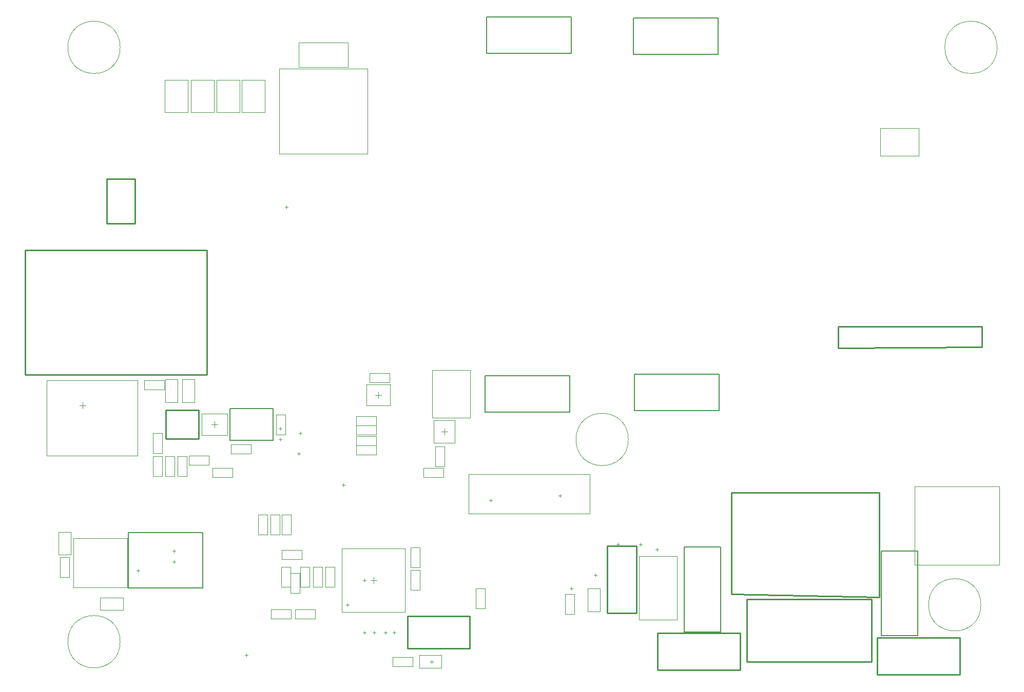
<source format=gbr>
%TF.GenerationSoftware,Altium Limited,Altium Designer,20.0.13 (296)*%
G04 Layer_Color=16711935*
%FSLAX26Y26*%
%MOIN*%
%TF.FileFunction,Other,Top_Courtyard*%
%TF.Part,Single*%
G01*
G75*
%TA.AperFunction,NonConductor*%
%ADD106C,0.007874*%
%ADD107C,0.010000*%
%ADD159C,0.008000*%
%ADD188C,0.004000*%
%ADD189C,0.003937*%
%ADD195C,0.001968*%
D106*
X952126Y568898D02*
Y930000D01*
X467874Y568898D02*
Y930000D01*
X952126D01*
X467874Y568898D02*
X952126D01*
X1409213Y1529252D02*
Y1735945D01*
X1127716D02*
X1409213D01*
X1127716Y1529252D02*
X1409213D01*
X1127716D02*
Y1735945D01*
D107*
X3766997Y407501D02*
Y842499D01*
X3577000Y407501D02*
X3766997D01*
X3577000D02*
Y842499D01*
X3766997D01*
X3905004Y35000D02*
X4442008D01*
X3905004Y275000D02*
X4442008D01*
X3905004Y35000D02*
Y275000D01*
X4442008Y35000D02*
Y275000D01*
X5330000Y245000D02*
X5867004D01*
X5330000Y5000D02*
X5867004D01*
Y245000D01*
X5330000Y5000D02*
Y245000D01*
X328039Y2937921D02*
Y3227827D01*
Y2937921D02*
X511961D01*
Y3227827D01*
X328039D02*
X511961D01*
X977000Y1955500D02*
Y2765500D01*
X-202000D02*
X977000D01*
X-202000Y1955500D02*
Y2765500D01*
Y1955500D02*
X977000D01*
X2686220Y175000D02*
Y385000D01*
X2280630D02*
X2686220D01*
X2280630Y175000D02*
Y385000D01*
Y175000D02*
X2686220D01*
X6011190Y2135050D02*
Y2270000D01*
X5078543D02*
X6011190D01*
X5078543Y2128994D02*
X6011190Y2135050D01*
X5078543Y2128994D02*
Y2270000D01*
X925965Y1538599D02*
Y1726599D01*
X710965D02*
X925965D01*
X710965Y1538599D02*
X925965D01*
X710965D02*
Y1726599D01*
X5345000Y1190000D02*
X5345000Y510000D01*
X4385000Y1190000D02*
X5345000D01*
X4385000Y530000D02*
X5345000Y510000D01*
X4385000Y530000D02*
Y1190000D01*
X5295000Y90000D02*
Y495000D01*
X4485000D02*
X5295000D01*
X4485000Y90000D02*
X5295000D01*
X4485000D02*
Y495000D01*
D159*
X3335591Y1711890D02*
Y1948110D01*
X2784409D02*
X3335591D01*
X2784409Y1711890D02*
X3335591D01*
X2784409D02*
Y1948110D01*
X4313903Y284409D02*
Y835591D01*
X4077682D02*
X4313903D01*
X4077682Y284409D02*
X4313903D01*
X4077682D02*
Y835591D01*
X4298740Y4039390D02*
Y4275610D01*
X3747559D02*
X4298740D01*
X3747559Y4039390D02*
X4298740D01*
X3747559D02*
Y4275610D01*
X3345591Y4046890D02*
Y4283110D01*
X2794409D02*
X3345591D01*
X2794409Y4046890D02*
X3345591D01*
X2794409D02*
Y4283110D01*
X5593110Y259409D02*
Y810591D01*
X5356890D02*
X5593110D01*
X5356890Y259409D02*
X5593110D01*
X5356890D02*
Y810591D01*
X4305591Y1721890D02*
Y1958110D01*
X3754409D02*
X4305591D01*
X3754409Y1721890D02*
X4305591D01*
X3754409D02*
Y1958110D01*
D188*
X3715000Y1535000D02*
G03*
X3715000Y1535000I-170000J0D01*
G01*
X6005000Y460000D02*
G03*
X6005000Y460000I-170000J0D01*
G01*
X415000Y220000D02*
G03*
X415000Y220000I-170000J0D01*
G01*
Y4085000D02*
G03*
X415000Y4085000I-170000J0D01*
G01*
X6110000D02*
G03*
X6110000Y4085000I-170000J0D01*
G01*
X3793496Y843000D02*
Y863000D01*
X3783496Y853000D02*
X3803496D01*
X1551461Y430000D02*
X1681461D01*
Y370000D02*
Y430000D01*
X1551461Y370000D02*
X1681461D01*
X1551461D02*
Y430000D01*
X1395000Y370000D02*
X1525000D01*
X1395000D02*
Y430000D01*
X1525000D01*
Y370000D02*
Y430000D01*
X1521461Y535000D02*
Y665000D01*
X1581461D01*
Y535000D02*
Y665000D01*
X1521461Y535000D02*
X1581461D01*
X2033465Y1905000D02*
X2163465D01*
X2033465D02*
Y1965000D01*
X2163465D01*
Y1905000D02*
Y1965000D01*
X2386102Y1350000D02*
X2516102D01*
Y1290000D02*
Y1350000D01*
X2386102Y1290000D02*
X2516102D01*
X2386102D02*
Y1350000D01*
X2460000Y1360000D02*
Y1490000D01*
X2520000D01*
Y1360000D02*
Y1490000D01*
X2460000Y1360000D02*
X2520000D01*
X709429Y1295000D02*
Y1425000D01*
X769429D01*
Y1295000D02*
Y1425000D01*
X709429Y1295000D02*
X769429D01*
X860965Y1370000D02*
X990965D01*
X860965D02*
Y1430000D01*
X990965D01*
Y1370000D02*
Y1430000D01*
X689429Y1296500D02*
Y1426500D01*
X629429Y1296500D02*
X689429D01*
X629429D02*
Y1426500D01*
X689429D01*
X285000Y505000D02*
X435000D01*
Y425000D02*
Y505000D01*
X285000Y425000D02*
X435000D01*
X285000D02*
Y505000D01*
X1465000Y815000D02*
X1595000D01*
Y755000D02*
Y815000D01*
X1465000Y755000D02*
X1595000D01*
X1465000D02*
Y815000D01*
X2185000Y120000D02*
X2315000D01*
Y60000D02*
Y120000D01*
X2185000Y60000D02*
X2315000D01*
X2185000D02*
Y120000D01*
X1390000Y916535D02*
Y1046535D01*
X1450000D01*
Y916535D02*
Y1046535D01*
X1390000Y916535D02*
X1450000D01*
X1370000D02*
Y1046535D01*
X1310000Y916535D02*
X1370000D01*
X1310000D02*
Y1046535D01*
X1370000D01*
X2055000Y280630D02*
X2075000D01*
X2065000Y270630D02*
Y290630D01*
X1990000Y280000D02*
X2010000D01*
X2000000Y270000D02*
Y290000D01*
X1235591Y122401D02*
Y142401D01*
X1225591Y132401D02*
X1245591D01*
X1882677Y460875D02*
X1902677D01*
X1892677Y450875D02*
Y470875D01*
X2128740Y280000D02*
X2148740D01*
X2138740Y270000D02*
Y290000D01*
X2185630Y280000D02*
X2205630D01*
X2195630Y270000D02*
Y290000D01*
X1133465Y1442599D02*
X1263465D01*
X1133465D02*
Y1502599D01*
X1263465D01*
Y1442599D02*
Y1502599D01*
X708465Y1777599D02*
Y1927599D01*
X788465D01*
Y1777599D02*
Y1927599D01*
X708465Y1777599D02*
X788465D01*
X898465D02*
Y1927599D01*
X818465Y1777599D02*
X898465D01*
X818465D02*
Y1927599D01*
X898465D01*
X1454370Y1525000D02*
Y1545000D01*
X1444370Y1535000D02*
X1464370D01*
X1454370Y1595000D02*
Y1615000D01*
X1444370Y1605000D02*
X1464370D01*
X1949370Y1565000D02*
X2079370D01*
X1949370D02*
Y1625000D01*
X2079370D01*
Y1565000D02*
Y1625000D01*
X1949370Y1495000D02*
X2079370D01*
X1949370D02*
Y1555000D01*
X2079370D01*
Y1495000D02*
Y1555000D01*
X1949370Y1685000D02*
X2079370D01*
Y1625000D02*
Y1685000D01*
X1949370Y1625000D02*
X2079370D01*
X1949370D02*
Y1685000D01*
Y1495000D02*
X2079370D01*
Y1435000D02*
Y1495000D01*
X1949370Y1435000D02*
X2079370D01*
X1949370D02*
Y1495000D01*
X3649000Y843000D02*
Y863000D01*
X3639000Y853000D02*
X3659000D01*
X3890000Y818535D02*
X3910000D01*
X3900000Y808535D02*
Y828535D01*
X3530000Y415130D02*
Y565130D01*
X3450000Y415130D02*
X3530000D01*
X3450000D02*
Y565130D01*
X3530000D01*
X1485000Y3045000D02*
X1505000D01*
X1495000Y3035000D02*
Y3055000D01*
X628307Y1575122D02*
X688307D01*
X628307Y1445122D02*
Y1575122D01*
Y1445122D02*
X688307D01*
Y1575122D01*
X14000Y934000D02*
X96000D01*
X14000Y786000D02*
Y934000D01*
Y786000D02*
X96000D01*
Y934000D01*
X1461500Y575000D02*
X1521500D01*
Y705000D01*
X1461500D02*
X1521500D01*
X1461500Y575000D02*
Y705000D01*
X5351772Y3560000D02*
X5601772D01*
X5351772Y3380000D02*
Y3560000D01*
Y3380000D02*
X5601772D01*
Y3560000D01*
X150000Y1755000D02*
X170000D01*
Y1735000D02*
Y1755000D01*
Y1775000D01*
Y1755000D02*
X190000D01*
X1014429Y1290000D02*
X1144429D01*
X1014429D02*
Y1350000D01*
X1144429D01*
Y1290000D02*
Y1350000D01*
X789429Y1295000D02*
Y1425000D01*
X849429D01*
Y1295000D02*
Y1425000D01*
X789429Y1295000D02*
X849429D01*
X765000Y730000D02*
Y750000D01*
X755000Y740000D02*
X775000D01*
X765000Y800000D02*
Y820000D01*
X755000Y810000D02*
X775000D01*
X521000Y684000D02*
X541000D01*
X531000Y674000D02*
Y694000D01*
X25000Y640905D02*
Y770905D01*
X85000D01*
Y640905D02*
Y770905D01*
X25000Y640905D02*
X85000D01*
X2439547Y80000D02*
Y100000D01*
X2429547Y90000D02*
X2449547D01*
X1853110Y1239606D02*
X1873110D01*
X1863110Y1229606D02*
Y1249606D01*
X2360000Y701535D02*
Y831535D01*
X2300000Y701535D02*
X2360000D01*
X2300000D02*
Y831535D01*
X2360000D01*
Y555000D02*
Y685000D01*
X2300000Y555000D02*
X2360000D01*
X2300000D02*
Y685000D01*
X2360000D01*
X1465000Y916535D02*
Y1046535D01*
X1525000D01*
Y916535D02*
Y1046535D01*
X1465000Y916535D02*
X1525000D01*
X1990000Y620000D02*
X2010000D01*
X2000000Y610000D02*
Y630000D01*
X1748000Y575000D02*
Y705000D01*
X1808000D01*
Y575000D02*
Y705000D01*
X1748000Y575000D02*
X1808000D01*
X1668000D02*
Y705000D01*
X1728000D01*
Y575000D02*
Y705000D01*
X1668000Y575000D02*
X1728000D01*
X1583000D02*
Y705000D01*
X1643000D01*
Y575000D02*
Y705000D01*
X1583000Y575000D02*
X1643000D01*
X1428465Y1567599D02*
Y1697599D01*
X1488465D01*
Y1567599D02*
Y1697599D01*
X1428465Y1567599D02*
X1488465D01*
X571535Y1920000D02*
X701535D01*
Y1860000D02*
Y1920000D01*
X571535Y1860000D02*
X701535D01*
X571535D02*
Y1920000D01*
X1564370Y1443189D02*
X1584370D01*
X1574370Y1433189D02*
Y1453189D01*
Y1577067D02*
X1594370D01*
X1584370Y1567067D02*
Y1587067D01*
X3345000Y555000D02*
Y575000D01*
X3335000Y565000D02*
X3355000D01*
X2820000Y1130000D02*
Y1150000D01*
X2810000Y1140000D02*
X2830000D01*
X3270000Y1160000D02*
Y1180000D01*
X3260000Y1170000D02*
X3280000D01*
X3492000Y653425D02*
X3512000D01*
X3502000Y643425D02*
Y663425D01*
X2785000Y435000D02*
Y565000D01*
X2725000Y435000D02*
X2785000D01*
X2725000D02*
Y565000D01*
X2785000D01*
X3365000Y400000D02*
Y530000D01*
X3305000Y400000D02*
X3365000D01*
X3305000D02*
Y530000D01*
X3365000D01*
X1205000Y3873000D02*
X1355000D01*
X1205000Y3663000D02*
Y3873000D01*
Y3663000D02*
X1355000D01*
Y3873000D01*
X1040000Y3873000D02*
X1190000D01*
X1040000Y3663000D02*
Y3873000D01*
Y3663000D02*
X1190000D01*
Y3873000D01*
X875000Y3873000D02*
X1025000D01*
X875000Y3663000D02*
Y3873000D01*
Y3663000D02*
X1025000D01*
Y3873000D01*
X705000D02*
X855000D01*
X705000Y3663000D02*
Y3873000D01*
Y3663000D02*
X855000D01*
Y3873000D01*
D189*
X2500315Y1585000D02*
X2539685D01*
X2520000Y1565315D02*
Y1604685D01*
X1028465Y1612914D02*
Y1652284D01*
X1008779Y1632599D02*
X1048150D01*
X2060000Y600315D02*
Y639685D01*
X2040315Y620000D02*
X2079685D01*
X2071228Y1824071D02*
X2110598D01*
X2090913Y1804386D02*
Y1843756D01*
X1895000Y3955000D02*
Y4115000D01*
X1575000D02*
X1895000D01*
X1575000Y3955000D02*
X1895000D01*
X1575000D02*
Y4115000D01*
X6125591Y719095D02*
Y1230906D01*
X5574409D02*
X6125591D01*
X5574409Y719095D02*
X6125591D01*
X5574409D02*
Y1230906D01*
X2020433Y3394409D02*
Y3945590D01*
X1449567D02*
X2020433D01*
X1449567Y3394409D02*
X2020433D01*
X1449567D02*
Y3945590D01*
D195*
X2356713Y131339D02*
X2502382D01*
Y48661D02*
Y131339D01*
X2356713Y48661D02*
X2502382D01*
X2356713D02*
Y131339D01*
X2588898Y1511181D02*
Y1658819D01*
X2451102Y1511181D02*
Y1658819D01*
X2588898D01*
X2451102Y1511181D02*
X2588898D01*
X945787Y1561732D02*
X1111142D01*
X945787Y1703465D02*
X1111142D01*
Y1561732D02*
Y1703465D01*
X945787Y1561732D02*
Y1703465D01*
X1854291Y825709D02*
X2265709D01*
X1854291Y414291D02*
X2265709D01*
X1854291D02*
Y825709D01*
X2265709Y414291D02*
Y825709D01*
X2166701Y1755173D02*
Y1892969D01*
X2015126Y1755173D02*
Y1892969D01*
Y1755173D02*
X2166701D01*
X2015126Y1892969D02*
X2166701D01*
X109803Y573551D02*
X460197D01*
X109803D02*
Y892449D01*
X460197D01*
Y573551D02*
Y892449D01*
X527638Y1429646D02*
Y1919803D01*
X-62913D02*
X527638D01*
X-62913Y1429646D02*
X527638D01*
X-62913D02*
Y1919803D01*
X3463701Y1052047D02*
Y1307953D01*
X2676299D02*
X3463701D01*
X2676299Y1052047D02*
X3463701D01*
X2676299D02*
Y1307953D01*
X4030701Y364276D02*
Y775693D01*
X3784638D02*
X4030701D01*
X3784638Y364276D02*
X4030701D01*
X3784638D02*
Y775693D01*
X2688032Y1674488D02*
Y1985512D01*
X2441968D02*
X2688032D01*
X2441968Y1674488D02*
X2688032D01*
X2441968D02*
Y1985512D01*
%TF.MD5,ef42e4e655baf61f5de201751e1cba57*%
M02*

</source>
